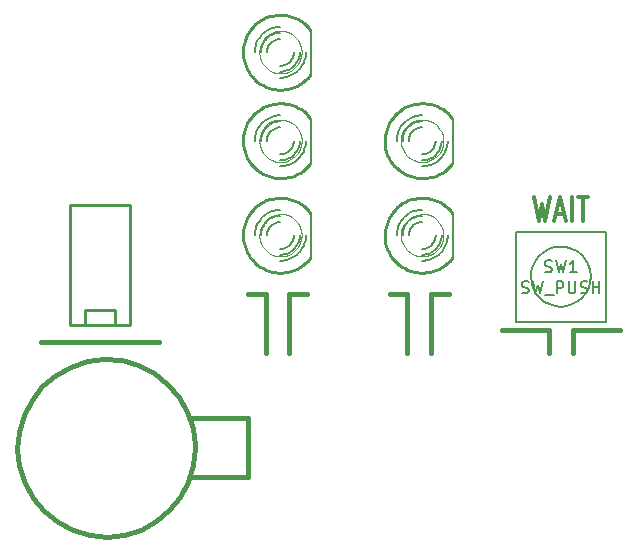
<source format=gto>
G04 (created by PCBNEW-RS274X (2011-05-25)-stable) date Thu 01 Nov 2012 20:09:25 GMT*
G01*
G70*
G90*
%MOIN*%
G04 Gerber Fmt 3.4, Leading zero omitted, Abs format*
%FSLAX34Y34*%
G04 APERTURE LIST*
%ADD10C,0.006000*%
%ADD11C,0.015000*%
%ADD12C,0.012000*%
%ADD13C,0.005000*%
%ADD14C,0.008000*%
%ADD15C,0.003000*%
%ADD16C,0.010000*%
G04 APERTURE END LIST*
G54D10*
G54D11*
X42126Y-26378D02*
X43701Y-26378D01*
X28346Y-26772D02*
X24409Y-26772D01*
X42126Y-26378D02*
X42126Y-27165D01*
X41339Y-26378D02*
X41339Y-27165D01*
X39764Y-26378D02*
X41339Y-26378D01*
X31890Y-25197D02*
X31890Y-27165D01*
X31299Y-25197D02*
X31890Y-25197D01*
X32677Y-25197D02*
X32677Y-27165D01*
X33268Y-25197D02*
X32677Y-25197D01*
X37402Y-26772D02*
X37402Y-27165D01*
X36614Y-26772D02*
X36614Y-27165D01*
X36614Y-25197D02*
X36614Y-26772D01*
X36024Y-25197D02*
X36614Y-25197D01*
X37402Y-25197D02*
X37402Y-26772D01*
X37992Y-25197D02*
X37402Y-25197D01*
G54D12*
X40847Y-21965D02*
X40990Y-22765D01*
X41104Y-22193D01*
X41218Y-22765D01*
X41361Y-21965D01*
X41561Y-22536D02*
X41847Y-22536D01*
X41504Y-22765D02*
X41704Y-21965D01*
X41904Y-22765D01*
X42104Y-22765D02*
X42104Y-21965D01*
X42304Y-21965D02*
X42647Y-21965D01*
X42476Y-22765D02*
X42476Y-21965D01*
G54D13*
X42732Y-24606D02*
X42712Y-24800D01*
X42656Y-24987D01*
X42564Y-25159D01*
X42441Y-25310D01*
X42291Y-25435D01*
X42119Y-25527D01*
X41933Y-25585D01*
X41738Y-25605D01*
X41545Y-25588D01*
X41358Y-25533D01*
X41185Y-25442D01*
X41033Y-25320D01*
X40907Y-25170D01*
X40813Y-24999D01*
X40754Y-24813D01*
X40733Y-24619D01*
X40749Y-24426D01*
X40803Y-24238D01*
X40892Y-24065D01*
X41013Y-23912D01*
X41162Y-23785D01*
X41332Y-23690D01*
X41518Y-23630D01*
X41712Y-23607D01*
X41905Y-23622D01*
X42093Y-23674D01*
X42267Y-23762D01*
X42421Y-23882D01*
X42549Y-24030D01*
X42645Y-24200D01*
X42707Y-24385D01*
X42731Y-24579D01*
X42732Y-24606D01*
X40232Y-23106D02*
X43232Y-23106D01*
X43232Y-23106D02*
X43232Y-26106D01*
X43232Y-26106D02*
X40232Y-26106D01*
X40232Y-23106D02*
X40232Y-26106D01*
G54D14*
X33403Y-17876D02*
X33403Y-16376D01*
G54D15*
X33090Y-17126D02*
X33076Y-17263D01*
X33036Y-17395D01*
X32971Y-17517D01*
X32884Y-17624D01*
X32778Y-17712D01*
X32656Y-17777D01*
X32525Y-17818D01*
X32387Y-17832D01*
X32251Y-17820D01*
X32119Y-17781D01*
X31996Y-17717D01*
X31889Y-17631D01*
X31800Y-17525D01*
X31734Y-17404D01*
X31692Y-17272D01*
X31677Y-17135D01*
X31688Y-16999D01*
X31726Y-16866D01*
X31789Y-16744D01*
X31875Y-16635D01*
X31980Y-16546D01*
X32100Y-16479D01*
X32232Y-16436D01*
X32369Y-16420D01*
X32505Y-16430D01*
X32638Y-16467D01*
X32761Y-16530D01*
X32870Y-16615D01*
X32960Y-16719D01*
X33028Y-16839D01*
X33072Y-16970D01*
X33089Y-17107D01*
X33090Y-17126D01*
G54D16*
X33382Y-16376D02*
X33313Y-16292D01*
X33237Y-16214D01*
X33154Y-16143D01*
X33065Y-16079D01*
X32971Y-16024D01*
X32873Y-15977D01*
X32771Y-15938D01*
X32666Y-15909D01*
X32559Y-15889D01*
X32450Y-15878D01*
X32342Y-15877D01*
X32233Y-15886D01*
X32126Y-15903D01*
X32020Y-15930D01*
X31917Y-15967D01*
X31818Y-16012D01*
X31723Y-16065D01*
X31633Y-16127D01*
X31549Y-16196D01*
X31471Y-16272D01*
X31400Y-16355D01*
X31336Y-16444D01*
X31281Y-16538D01*
X31234Y-16636D01*
X31195Y-16738D01*
X31166Y-16843D01*
X31146Y-16950D01*
X31135Y-17059D01*
X31134Y-17167D01*
X31143Y-17276D01*
X31160Y-17383D01*
X31187Y-17489D01*
X31224Y-17592D01*
X31269Y-17691D01*
X31322Y-17786D01*
X31384Y-17876D01*
X31453Y-17960D01*
X31529Y-18038D01*
X31612Y-18109D01*
X31701Y-18173D01*
X31795Y-18228D01*
X31893Y-18275D01*
X31995Y-18314D01*
X32100Y-18343D01*
X32207Y-18363D01*
X32316Y-18374D01*
X32424Y-18375D01*
X32533Y-18366D01*
X32640Y-18349D01*
X32746Y-18322D01*
X32849Y-18285D01*
X32948Y-18240D01*
X33043Y-18187D01*
X33133Y-18125D01*
X33217Y-18056D01*
X33295Y-17980D01*
X33366Y-17897D01*
X33382Y-17876D01*
G54D10*
X32383Y-16676D02*
X32344Y-16678D01*
X32305Y-16683D01*
X32267Y-16692D01*
X32230Y-16704D01*
X32193Y-16719D01*
X32159Y-16737D01*
X32125Y-16758D01*
X32094Y-16782D01*
X32065Y-16808D01*
X32039Y-16837D01*
X32015Y-16868D01*
X31994Y-16902D01*
X31976Y-16936D01*
X31961Y-16973D01*
X31949Y-17010D01*
X31940Y-17048D01*
X31935Y-17087D01*
X31933Y-17126D01*
X32383Y-17576D02*
X32422Y-17574D01*
X32461Y-17569D01*
X32499Y-17560D01*
X32536Y-17548D01*
X32573Y-17533D01*
X32608Y-17515D01*
X32641Y-17494D01*
X32672Y-17470D01*
X32701Y-17444D01*
X32727Y-17415D01*
X32751Y-17384D01*
X32772Y-17350D01*
X32790Y-17316D01*
X32805Y-17279D01*
X32817Y-17242D01*
X32826Y-17204D01*
X32831Y-17165D01*
X32833Y-17126D01*
X32383Y-16476D02*
X32327Y-16479D01*
X32271Y-16486D01*
X32215Y-16499D01*
X32161Y-16516D01*
X32109Y-16537D01*
X32059Y-16564D01*
X32011Y-16594D01*
X31966Y-16629D01*
X31924Y-16667D01*
X31886Y-16709D01*
X31851Y-16754D01*
X31821Y-16802D01*
X31794Y-16852D01*
X31773Y-16904D01*
X31756Y-16958D01*
X31743Y-17014D01*
X31736Y-17070D01*
X31733Y-17126D01*
X32383Y-17776D02*
X32439Y-17773D01*
X32495Y-17766D01*
X32551Y-17753D01*
X32605Y-17736D01*
X32657Y-17715D01*
X32708Y-17688D01*
X32755Y-17658D01*
X32800Y-17623D01*
X32842Y-17585D01*
X32880Y-17543D01*
X32915Y-17498D01*
X32945Y-17450D01*
X32972Y-17400D01*
X32993Y-17348D01*
X33010Y-17294D01*
X33023Y-17238D01*
X33030Y-17182D01*
X33033Y-17126D01*
X32383Y-16276D02*
X32309Y-16280D01*
X32236Y-16289D01*
X32164Y-16305D01*
X32093Y-16328D01*
X32024Y-16356D01*
X31959Y-16390D01*
X31896Y-16430D01*
X31837Y-16475D01*
X31782Y-16525D01*
X31732Y-16580D01*
X31687Y-16639D01*
X31647Y-16702D01*
X31613Y-16767D01*
X31585Y-16836D01*
X31562Y-16907D01*
X31546Y-16979D01*
X31537Y-17052D01*
X31533Y-17126D01*
X32383Y-17976D02*
X32457Y-17972D01*
X32530Y-17963D01*
X32602Y-17947D01*
X32673Y-17924D01*
X32742Y-17896D01*
X32808Y-17862D01*
X32870Y-17822D01*
X32929Y-17777D01*
X32984Y-17727D01*
X33034Y-17672D01*
X33079Y-17613D01*
X33119Y-17550D01*
X33153Y-17485D01*
X33181Y-17416D01*
X33204Y-17345D01*
X33220Y-17273D01*
X33229Y-17200D01*
X33233Y-17126D01*
G54D14*
X33403Y-20829D02*
X33403Y-19329D01*
G54D15*
X33090Y-20079D02*
X33076Y-20216D01*
X33036Y-20348D01*
X32971Y-20470D01*
X32884Y-20577D01*
X32778Y-20665D01*
X32656Y-20730D01*
X32525Y-20771D01*
X32387Y-20785D01*
X32251Y-20773D01*
X32119Y-20734D01*
X31996Y-20670D01*
X31889Y-20584D01*
X31800Y-20478D01*
X31734Y-20357D01*
X31692Y-20225D01*
X31677Y-20088D01*
X31688Y-19952D01*
X31726Y-19819D01*
X31789Y-19697D01*
X31875Y-19588D01*
X31980Y-19499D01*
X32100Y-19432D01*
X32232Y-19389D01*
X32369Y-19373D01*
X32505Y-19383D01*
X32638Y-19420D01*
X32761Y-19483D01*
X32870Y-19568D01*
X32960Y-19672D01*
X33028Y-19792D01*
X33072Y-19923D01*
X33089Y-20060D01*
X33090Y-20079D01*
G54D16*
X33382Y-19329D02*
X33313Y-19245D01*
X33237Y-19167D01*
X33154Y-19096D01*
X33065Y-19032D01*
X32971Y-18977D01*
X32873Y-18930D01*
X32771Y-18891D01*
X32666Y-18862D01*
X32559Y-18842D01*
X32450Y-18831D01*
X32342Y-18830D01*
X32233Y-18839D01*
X32126Y-18856D01*
X32020Y-18883D01*
X31917Y-18920D01*
X31818Y-18965D01*
X31723Y-19018D01*
X31633Y-19080D01*
X31549Y-19149D01*
X31471Y-19225D01*
X31400Y-19308D01*
X31336Y-19397D01*
X31281Y-19491D01*
X31234Y-19589D01*
X31195Y-19691D01*
X31166Y-19796D01*
X31146Y-19903D01*
X31135Y-20012D01*
X31134Y-20120D01*
X31143Y-20229D01*
X31160Y-20336D01*
X31187Y-20442D01*
X31224Y-20545D01*
X31269Y-20644D01*
X31322Y-20739D01*
X31384Y-20829D01*
X31453Y-20913D01*
X31529Y-20991D01*
X31612Y-21062D01*
X31701Y-21126D01*
X31795Y-21181D01*
X31893Y-21228D01*
X31995Y-21267D01*
X32100Y-21296D01*
X32207Y-21316D01*
X32316Y-21327D01*
X32424Y-21328D01*
X32533Y-21319D01*
X32640Y-21302D01*
X32746Y-21275D01*
X32849Y-21238D01*
X32948Y-21193D01*
X33043Y-21140D01*
X33133Y-21078D01*
X33217Y-21009D01*
X33295Y-20933D01*
X33366Y-20850D01*
X33382Y-20829D01*
G54D10*
X32383Y-19629D02*
X32344Y-19631D01*
X32305Y-19636D01*
X32267Y-19645D01*
X32230Y-19657D01*
X32193Y-19672D01*
X32159Y-19690D01*
X32125Y-19711D01*
X32094Y-19735D01*
X32065Y-19761D01*
X32039Y-19790D01*
X32015Y-19821D01*
X31994Y-19855D01*
X31976Y-19889D01*
X31961Y-19926D01*
X31949Y-19963D01*
X31940Y-20001D01*
X31935Y-20040D01*
X31933Y-20079D01*
X32383Y-20529D02*
X32422Y-20527D01*
X32461Y-20522D01*
X32499Y-20513D01*
X32536Y-20501D01*
X32573Y-20486D01*
X32608Y-20468D01*
X32641Y-20447D01*
X32672Y-20423D01*
X32701Y-20397D01*
X32727Y-20368D01*
X32751Y-20337D01*
X32772Y-20303D01*
X32790Y-20269D01*
X32805Y-20232D01*
X32817Y-20195D01*
X32826Y-20157D01*
X32831Y-20118D01*
X32833Y-20079D01*
X32383Y-19429D02*
X32327Y-19432D01*
X32271Y-19439D01*
X32215Y-19452D01*
X32161Y-19469D01*
X32109Y-19490D01*
X32059Y-19517D01*
X32011Y-19547D01*
X31966Y-19582D01*
X31924Y-19620D01*
X31886Y-19662D01*
X31851Y-19707D01*
X31821Y-19755D01*
X31794Y-19805D01*
X31773Y-19857D01*
X31756Y-19911D01*
X31743Y-19967D01*
X31736Y-20023D01*
X31733Y-20079D01*
X32383Y-20729D02*
X32439Y-20726D01*
X32495Y-20719D01*
X32551Y-20706D01*
X32605Y-20689D01*
X32657Y-20668D01*
X32708Y-20641D01*
X32755Y-20611D01*
X32800Y-20576D01*
X32842Y-20538D01*
X32880Y-20496D01*
X32915Y-20451D01*
X32945Y-20403D01*
X32972Y-20353D01*
X32993Y-20301D01*
X33010Y-20247D01*
X33023Y-20191D01*
X33030Y-20135D01*
X33033Y-20079D01*
X32383Y-19229D02*
X32309Y-19233D01*
X32236Y-19242D01*
X32164Y-19258D01*
X32093Y-19281D01*
X32024Y-19309D01*
X31959Y-19343D01*
X31896Y-19383D01*
X31837Y-19428D01*
X31782Y-19478D01*
X31732Y-19533D01*
X31687Y-19592D01*
X31647Y-19655D01*
X31613Y-19720D01*
X31585Y-19789D01*
X31562Y-19860D01*
X31546Y-19932D01*
X31537Y-20005D01*
X31533Y-20079D01*
X32383Y-20929D02*
X32457Y-20925D01*
X32530Y-20916D01*
X32602Y-20900D01*
X32673Y-20877D01*
X32742Y-20849D01*
X32808Y-20815D01*
X32870Y-20775D01*
X32929Y-20730D01*
X32984Y-20680D01*
X33034Y-20625D01*
X33079Y-20566D01*
X33119Y-20503D01*
X33153Y-20438D01*
X33181Y-20369D01*
X33204Y-20298D01*
X33220Y-20226D01*
X33229Y-20153D01*
X33233Y-20079D01*
G54D14*
X33403Y-23978D02*
X33403Y-22478D01*
G54D15*
X33090Y-23228D02*
X33076Y-23365D01*
X33036Y-23497D01*
X32971Y-23619D01*
X32884Y-23726D01*
X32778Y-23814D01*
X32656Y-23879D01*
X32525Y-23920D01*
X32387Y-23934D01*
X32251Y-23922D01*
X32119Y-23883D01*
X31996Y-23819D01*
X31889Y-23733D01*
X31800Y-23627D01*
X31734Y-23506D01*
X31692Y-23374D01*
X31677Y-23237D01*
X31688Y-23101D01*
X31726Y-22968D01*
X31789Y-22846D01*
X31875Y-22737D01*
X31980Y-22648D01*
X32100Y-22581D01*
X32232Y-22538D01*
X32369Y-22522D01*
X32505Y-22532D01*
X32638Y-22569D01*
X32761Y-22632D01*
X32870Y-22717D01*
X32960Y-22821D01*
X33028Y-22941D01*
X33072Y-23072D01*
X33089Y-23209D01*
X33090Y-23228D01*
G54D16*
X33382Y-22478D02*
X33313Y-22394D01*
X33237Y-22316D01*
X33154Y-22245D01*
X33065Y-22181D01*
X32971Y-22126D01*
X32873Y-22079D01*
X32771Y-22040D01*
X32666Y-22011D01*
X32559Y-21991D01*
X32450Y-21980D01*
X32342Y-21979D01*
X32233Y-21988D01*
X32126Y-22005D01*
X32020Y-22032D01*
X31917Y-22069D01*
X31818Y-22114D01*
X31723Y-22167D01*
X31633Y-22229D01*
X31549Y-22298D01*
X31471Y-22374D01*
X31400Y-22457D01*
X31336Y-22546D01*
X31281Y-22640D01*
X31234Y-22738D01*
X31195Y-22840D01*
X31166Y-22945D01*
X31146Y-23052D01*
X31135Y-23161D01*
X31134Y-23269D01*
X31143Y-23378D01*
X31160Y-23485D01*
X31187Y-23591D01*
X31224Y-23694D01*
X31269Y-23793D01*
X31322Y-23888D01*
X31384Y-23978D01*
X31453Y-24062D01*
X31529Y-24140D01*
X31612Y-24211D01*
X31701Y-24275D01*
X31795Y-24330D01*
X31893Y-24377D01*
X31995Y-24416D01*
X32100Y-24445D01*
X32207Y-24465D01*
X32316Y-24476D01*
X32424Y-24477D01*
X32533Y-24468D01*
X32640Y-24451D01*
X32746Y-24424D01*
X32849Y-24387D01*
X32948Y-24342D01*
X33043Y-24289D01*
X33133Y-24227D01*
X33217Y-24158D01*
X33295Y-24082D01*
X33366Y-23999D01*
X33382Y-23978D01*
G54D10*
X32383Y-22778D02*
X32344Y-22780D01*
X32305Y-22785D01*
X32267Y-22794D01*
X32230Y-22806D01*
X32193Y-22821D01*
X32159Y-22839D01*
X32125Y-22860D01*
X32094Y-22884D01*
X32065Y-22910D01*
X32039Y-22939D01*
X32015Y-22970D01*
X31994Y-23004D01*
X31976Y-23038D01*
X31961Y-23075D01*
X31949Y-23112D01*
X31940Y-23150D01*
X31935Y-23189D01*
X31933Y-23228D01*
X32383Y-23678D02*
X32422Y-23676D01*
X32461Y-23671D01*
X32499Y-23662D01*
X32536Y-23650D01*
X32573Y-23635D01*
X32608Y-23617D01*
X32641Y-23596D01*
X32672Y-23572D01*
X32701Y-23546D01*
X32727Y-23517D01*
X32751Y-23486D01*
X32772Y-23452D01*
X32790Y-23418D01*
X32805Y-23381D01*
X32817Y-23344D01*
X32826Y-23306D01*
X32831Y-23267D01*
X32833Y-23228D01*
X32383Y-22578D02*
X32327Y-22581D01*
X32271Y-22588D01*
X32215Y-22601D01*
X32161Y-22618D01*
X32109Y-22639D01*
X32059Y-22666D01*
X32011Y-22696D01*
X31966Y-22731D01*
X31924Y-22769D01*
X31886Y-22811D01*
X31851Y-22856D01*
X31821Y-22904D01*
X31794Y-22954D01*
X31773Y-23006D01*
X31756Y-23060D01*
X31743Y-23116D01*
X31736Y-23172D01*
X31733Y-23228D01*
X32383Y-23878D02*
X32439Y-23875D01*
X32495Y-23868D01*
X32551Y-23855D01*
X32605Y-23838D01*
X32657Y-23817D01*
X32708Y-23790D01*
X32755Y-23760D01*
X32800Y-23725D01*
X32842Y-23687D01*
X32880Y-23645D01*
X32915Y-23600D01*
X32945Y-23552D01*
X32972Y-23502D01*
X32993Y-23450D01*
X33010Y-23396D01*
X33023Y-23340D01*
X33030Y-23284D01*
X33033Y-23228D01*
X32383Y-22378D02*
X32309Y-22382D01*
X32236Y-22391D01*
X32164Y-22407D01*
X32093Y-22430D01*
X32024Y-22458D01*
X31959Y-22492D01*
X31896Y-22532D01*
X31837Y-22577D01*
X31782Y-22627D01*
X31732Y-22682D01*
X31687Y-22741D01*
X31647Y-22804D01*
X31613Y-22869D01*
X31585Y-22938D01*
X31562Y-23009D01*
X31546Y-23081D01*
X31537Y-23154D01*
X31533Y-23228D01*
X32383Y-24078D02*
X32457Y-24074D01*
X32530Y-24065D01*
X32602Y-24049D01*
X32673Y-24026D01*
X32742Y-23998D01*
X32808Y-23964D01*
X32870Y-23924D01*
X32929Y-23879D01*
X32984Y-23829D01*
X33034Y-23774D01*
X33079Y-23715D01*
X33119Y-23652D01*
X33153Y-23587D01*
X33181Y-23518D01*
X33204Y-23447D01*
X33220Y-23375D01*
X33229Y-23302D01*
X33233Y-23228D01*
G54D14*
X38128Y-20829D02*
X38128Y-19329D01*
G54D15*
X37815Y-20079D02*
X37801Y-20216D01*
X37761Y-20348D01*
X37696Y-20470D01*
X37609Y-20577D01*
X37503Y-20665D01*
X37381Y-20730D01*
X37250Y-20771D01*
X37112Y-20785D01*
X36976Y-20773D01*
X36844Y-20734D01*
X36721Y-20670D01*
X36614Y-20584D01*
X36525Y-20478D01*
X36459Y-20357D01*
X36417Y-20225D01*
X36402Y-20088D01*
X36413Y-19952D01*
X36451Y-19819D01*
X36514Y-19697D01*
X36600Y-19588D01*
X36705Y-19499D01*
X36825Y-19432D01*
X36957Y-19389D01*
X37094Y-19373D01*
X37230Y-19383D01*
X37363Y-19420D01*
X37486Y-19483D01*
X37595Y-19568D01*
X37685Y-19672D01*
X37753Y-19792D01*
X37797Y-19923D01*
X37814Y-20060D01*
X37815Y-20079D01*
G54D16*
X38107Y-19329D02*
X38038Y-19245D01*
X37962Y-19167D01*
X37879Y-19096D01*
X37790Y-19032D01*
X37696Y-18977D01*
X37598Y-18930D01*
X37496Y-18891D01*
X37391Y-18862D01*
X37284Y-18842D01*
X37175Y-18831D01*
X37067Y-18830D01*
X36958Y-18839D01*
X36851Y-18856D01*
X36745Y-18883D01*
X36642Y-18920D01*
X36543Y-18965D01*
X36448Y-19018D01*
X36358Y-19080D01*
X36274Y-19149D01*
X36196Y-19225D01*
X36125Y-19308D01*
X36061Y-19397D01*
X36006Y-19491D01*
X35959Y-19589D01*
X35920Y-19691D01*
X35891Y-19796D01*
X35871Y-19903D01*
X35860Y-20012D01*
X35859Y-20120D01*
X35868Y-20229D01*
X35885Y-20336D01*
X35912Y-20442D01*
X35949Y-20545D01*
X35994Y-20644D01*
X36047Y-20739D01*
X36109Y-20829D01*
X36178Y-20913D01*
X36254Y-20991D01*
X36337Y-21062D01*
X36426Y-21126D01*
X36520Y-21181D01*
X36618Y-21228D01*
X36720Y-21267D01*
X36825Y-21296D01*
X36932Y-21316D01*
X37041Y-21327D01*
X37149Y-21328D01*
X37258Y-21319D01*
X37365Y-21302D01*
X37471Y-21275D01*
X37574Y-21238D01*
X37673Y-21193D01*
X37768Y-21140D01*
X37858Y-21078D01*
X37942Y-21009D01*
X38020Y-20933D01*
X38091Y-20850D01*
X38107Y-20829D01*
G54D10*
X37108Y-19629D02*
X37069Y-19631D01*
X37030Y-19636D01*
X36992Y-19645D01*
X36955Y-19657D01*
X36918Y-19672D01*
X36884Y-19690D01*
X36850Y-19711D01*
X36819Y-19735D01*
X36790Y-19761D01*
X36764Y-19790D01*
X36740Y-19821D01*
X36719Y-19855D01*
X36701Y-19889D01*
X36686Y-19926D01*
X36674Y-19963D01*
X36665Y-20001D01*
X36660Y-20040D01*
X36658Y-20079D01*
X37108Y-20529D02*
X37147Y-20527D01*
X37186Y-20522D01*
X37224Y-20513D01*
X37261Y-20501D01*
X37298Y-20486D01*
X37333Y-20468D01*
X37366Y-20447D01*
X37397Y-20423D01*
X37426Y-20397D01*
X37452Y-20368D01*
X37476Y-20337D01*
X37497Y-20303D01*
X37515Y-20269D01*
X37530Y-20232D01*
X37542Y-20195D01*
X37551Y-20157D01*
X37556Y-20118D01*
X37558Y-20079D01*
X37108Y-19429D02*
X37052Y-19432D01*
X36996Y-19439D01*
X36940Y-19452D01*
X36886Y-19469D01*
X36834Y-19490D01*
X36784Y-19517D01*
X36736Y-19547D01*
X36691Y-19582D01*
X36649Y-19620D01*
X36611Y-19662D01*
X36576Y-19707D01*
X36546Y-19755D01*
X36519Y-19805D01*
X36498Y-19857D01*
X36481Y-19911D01*
X36468Y-19967D01*
X36461Y-20023D01*
X36458Y-20079D01*
X37108Y-20729D02*
X37164Y-20726D01*
X37220Y-20719D01*
X37276Y-20706D01*
X37330Y-20689D01*
X37382Y-20668D01*
X37433Y-20641D01*
X37480Y-20611D01*
X37525Y-20576D01*
X37567Y-20538D01*
X37605Y-20496D01*
X37640Y-20451D01*
X37670Y-20403D01*
X37697Y-20353D01*
X37718Y-20301D01*
X37735Y-20247D01*
X37748Y-20191D01*
X37755Y-20135D01*
X37758Y-20079D01*
X37108Y-19229D02*
X37034Y-19233D01*
X36961Y-19242D01*
X36889Y-19258D01*
X36818Y-19281D01*
X36749Y-19309D01*
X36684Y-19343D01*
X36621Y-19383D01*
X36562Y-19428D01*
X36507Y-19478D01*
X36457Y-19533D01*
X36412Y-19592D01*
X36372Y-19655D01*
X36338Y-19720D01*
X36310Y-19789D01*
X36287Y-19860D01*
X36271Y-19932D01*
X36262Y-20005D01*
X36258Y-20079D01*
X37108Y-20929D02*
X37182Y-20925D01*
X37255Y-20916D01*
X37327Y-20900D01*
X37398Y-20877D01*
X37467Y-20849D01*
X37533Y-20815D01*
X37595Y-20775D01*
X37654Y-20730D01*
X37709Y-20680D01*
X37759Y-20625D01*
X37804Y-20566D01*
X37844Y-20503D01*
X37878Y-20438D01*
X37906Y-20369D01*
X37929Y-20298D01*
X37945Y-20226D01*
X37954Y-20153D01*
X37958Y-20079D01*
G54D14*
X38128Y-23978D02*
X38128Y-22478D01*
G54D15*
X37815Y-23228D02*
X37801Y-23365D01*
X37761Y-23497D01*
X37696Y-23619D01*
X37609Y-23726D01*
X37503Y-23814D01*
X37381Y-23879D01*
X37250Y-23920D01*
X37112Y-23934D01*
X36976Y-23922D01*
X36844Y-23883D01*
X36721Y-23819D01*
X36614Y-23733D01*
X36525Y-23627D01*
X36459Y-23506D01*
X36417Y-23374D01*
X36402Y-23237D01*
X36413Y-23101D01*
X36451Y-22968D01*
X36514Y-22846D01*
X36600Y-22737D01*
X36705Y-22648D01*
X36825Y-22581D01*
X36957Y-22538D01*
X37094Y-22522D01*
X37230Y-22532D01*
X37363Y-22569D01*
X37486Y-22632D01*
X37595Y-22717D01*
X37685Y-22821D01*
X37753Y-22941D01*
X37797Y-23072D01*
X37814Y-23209D01*
X37815Y-23228D01*
G54D16*
X38107Y-22478D02*
X38038Y-22394D01*
X37962Y-22316D01*
X37879Y-22245D01*
X37790Y-22181D01*
X37696Y-22126D01*
X37598Y-22079D01*
X37496Y-22040D01*
X37391Y-22011D01*
X37284Y-21991D01*
X37175Y-21980D01*
X37067Y-21979D01*
X36958Y-21988D01*
X36851Y-22005D01*
X36745Y-22032D01*
X36642Y-22069D01*
X36543Y-22114D01*
X36448Y-22167D01*
X36358Y-22229D01*
X36274Y-22298D01*
X36196Y-22374D01*
X36125Y-22457D01*
X36061Y-22546D01*
X36006Y-22640D01*
X35959Y-22738D01*
X35920Y-22840D01*
X35891Y-22945D01*
X35871Y-23052D01*
X35860Y-23161D01*
X35859Y-23269D01*
X35868Y-23378D01*
X35885Y-23485D01*
X35912Y-23591D01*
X35949Y-23694D01*
X35994Y-23793D01*
X36047Y-23888D01*
X36109Y-23978D01*
X36178Y-24062D01*
X36254Y-24140D01*
X36337Y-24211D01*
X36426Y-24275D01*
X36520Y-24330D01*
X36618Y-24377D01*
X36720Y-24416D01*
X36825Y-24445D01*
X36932Y-24465D01*
X37041Y-24476D01*
X37149Y-24477D01*
X37258Y-24468D01*
X37365Y-24451D01*
X37471Y-24424D01*
X37574Y-24387D01*
X37673Y-24342D01*
X37768Y-24289D01*
X37858Y-24227D01*
X37942Y-24158D01*
X38020Y-24082D01*
X38091Y-23999D01*
X38107Y-23978D01*
G54D10*
X37108Y-22778D02*
X37069Y-22780D01*
X37030Y-22785D01*
X36992Y-22794D01*
X36955Y-22806D01*
X36918Y-22821D01*
X36884Y-22839D01*
X36850Y-22860D01*
X36819Y-22884D01*
X36790Y-22910D01*
X36764Y-22939D01*
X36740Y-22970D01*
X36719Y-23004D01*
X36701Y-23038D01*
X36686Y-23075D01*
X36674Y-23112D01*
X36665Y-23150D01*
X36660Y-23189D01*
X36658Y-23228D01*
X37108Y-23678D02*
X37147Y-23676D01*
X37186Y-23671D01*
X37224Y-23662D01*
X37261Y-23650D01*
X37298Y-23635D01*
X37333Y-23617D01*
X37366Y-23596D01*
X37397Y-23572D01*
X37426Y-23546D01*
X37452Y-23517D01*
X37476Y-23486D01*
X37497Y-23452D01*
X37515Y-23418D01*
X37530Y-23381D01*
X37542Y-23344D01*
X37551Y-23306D01*
X37556Y-23267D01*
X37558Y-23228D01*
X37108Y-22578D02*
X37052Y-22581D01*
X36996Y-22588D01*
X36940Y-22601D01*
X36886Y-22618D01*
X36834Y-22639D01*
X36784Y-22666D01*
X36736Y-22696D01*
X36691Y-22731D01*
X36649Y-22769D01*
X36611Y-22811D01*
X36576Y-22856D01*
X36546Y-22904D01*
X36519Y-22954D01*
X36498Y-23006D01*
X36481Y-23060D01*
X36468Y-23116D01*
X36461Y-23172D01*
X36458Y-23228D01*
X37108Y-23878D02*
X37164Y-23875D01*
X37220Y-23868D01*
X37276Y-23855D01*
X37330Y-23838D01*
X37382Y-23817D01*
X37433Y-23790D01*
X37480Y-23760D01*
X37525Y-23725D01*
X37567Y-23687D01*
X37605Y-23645D01*
X37640Y-23600D01*
X37670Y-23552D01*
X37697Y-23502D01*
X37718Y-23450D01*
X37735Y-23396D01*
X37748Y-23340D01*
X37755Y-23284D01*
X37758Y-23228D01*
X37108Y-22378D02*
X37034Y-22382D01*
X36961Y-22391D01*
X36889Y-22407D01*
X36818Y-22430D01*
X36749Y-22458D01*
X36684Y-22492D01*
X36621Y-22532D01*
X36562Y-22577D01*
X36507Y-22627D01*
X36457Y-22682D01*
X36412Y-22741D01*
X36372Y-22804D01*
X36338Y-22869D01*
X36310Y-22938D01*
X36287Y-23009D01*
X36271Y-23081D01*
X36262Y-23154D01*
X36258Y-23228D01*
X37108Y-24078D02*
X37182Y-24074D01*
X37255Y-24065D01*
X37327Y-24049D01*
X37398Y-24026D01*
X37467Y-23998D01*
X37533Y-23964D01*
X37595Y-23924D01*
X37654Y-23879D01*
X37709Y-23829D01*
X37759Y-23774D01*
X37804Y-23715D01*
X37844Y-23652D01*
X37878Y-23587D01*
X37906Y-23518D01*
X37929Y-23447D01*
X37945Y-23375D01*
X37954Y-23302D01*
X37958Y-23228D01*
G54D16*
X25878Y-26213D02*
X25878Y-25713D01*
X25878Y-25713D02*
X26878Y-25713D01*
X26878Y-25713D02*
X26878Y-26213D01*
X25378Y-26213D02*
X25378Y-22213D01*
X25378Y-22213D02*
X27378Y-22213D01*
X27378Y-22213D02*
X27378Y-26213D01*
X27378Y-26213D02*
X25378Y-26213D01*
G54D11*
X31299Y-30315D02*
X31299Y-31299D01*
X31299Y-31299D02*
X29331Y-31299D01*
X31299Y-30315D02*
X31299Y-29331D01*
X31299Y-29331D02*
X29331Y-29331D01*
X29534Y-30315D02*
X29477Y-30889D01*
X29310Y-31442D01*
X29039Y-31952D01*
X28674Y-32400D01*
X28229Y-32768D01*
X27721Y-33042D01*
X27169Y-33213D01*
X26595Y-33273D01*
X26021Y-33221D01*
X25467Y-33058D01*
X24955Y-32790D01*
X24505Y-32429D01*
X24134Y-31986D01*
X23856Y-31480D01*
X23681Y-30930D01*
X23617Y-30356D01*
X23665Y-29781D01*
X23824Y-29226D01*
X24088Y-28713D01*
X24447Y-28260D01*
X24887Y-27886D01*
X25391Y-27604D01*
X25940Y-27426D01*
X26514Y-27357D01*
X27088Y-27401D01*
X27645Y-27557D01*
X28160Y-27817D01*
X28615Y-28173D01*
X28992Y-28610D01*
X29278Y-29112D01*
X29460Y-29660D01*
X29532Y-30233D01*
X29534Y-30315D01*
G54D14*
X41199Y-24449D02*
X41256Y-24468D01*
X41352Y-24468D01*
X41390Y-24449D01*
X41409Y-24430D01*
X41428Y-24392D01*
X41428Y-24354D01*
X41409Y-24316D01*
X41390Y-24296D01*
X41352Y-24277D01*
X41275Y-24258D01*
X41237Y-24239D01*
X41218Y-24220D01*
X41199Y-24182D01*
X41199Y-24144D01*
X41218Y-24106D01*
X41237Y-24087D01*
X41275Y-24068D01*
X41371Y-24068D01*
X41428Y-24087D01*
X41561Y-24068D02*
X41656Y-24468D01*
X41733Y-24182D01*
X41809Y-24468D01*
X41904Y-24068D01*
X42266Y-24468D02*
X42037Y-24468D01*
X42151Y-24468D02*
X42151Y-24068D01*
X42113Y-24125D01*
X42075Y-24163D01*
X42037Y-24182D01*
X40427Y-25149D02*
X40484Y-25168D01*
X40580Y-25168D01*
X40618Y-25149D01*
X40637Y-25130D01*
X40656Y-25092D01*
X40656Y-25054D01*
X40637Y-25016D01*
X40618Y-24996D01*
X40580Y-24977D01*
X40503Y-24958D01*
X40465Y-24939D01*
X40446Y-24920D01*
X40427Y-24882D01*
X40427Y-24844D01*
X40446Y-24806D01*
X40465Y-24787D01*
X40503Y-24768D01*
X40599Y-24768D01*
X40656Y-24787D01*
X40789Y-24768D02*
X40884Y-25168D01*
X40961Y-24882D01*
X41037Y-25168D01*
X41132Y-24768D01*
X41189Y-25206D02*
X41494Y-25206D01*
X41589Y-25168D02*
X41589Y-24768D01*
X41742Y-24768D01*
X41780Y-24787D01*
X41799Y-24806D01*
X41818Y-24844D01*
X41818Y-24901D01*
X41799Y-24939D01*
X41780Y-24958D01*
X41742Y-24977D01*
X41589Y-24977D01*
X41989Y-24768D02*
X41989Y-25092D01*
X42008Y-25130D01*
X42027Y-25149D01*
X42065Y-25168D01*
X42142Y-25168D01*
X42180Y-25149D01*
X42199Y-25130D01*
X42218Y-25092D01*
X42218Y-24768D01*
X42389Y-25149D02*
X42446Y-25168D01*
X42542Y-25168D01*
X42580Y-25149D01*
X42599Y-25130D01*
X42618Y-25092D01*
X42618Y-25054D01*
X42599Y-25016D01*
X42580Y-24996D01*
X42542Y-24977D01*
X42465Y-24958D01*
X42427Y-24939D01*
X42408Y-24920D01*
X42389Y-24882D01*
X42389Y-24844D01*
X42408Y-24806D01*
X42427Y-24787D01*
X42465Y-24768D01*
X42561Y-24768D01*
X42618Y-24787D01*
X42789Y-25168D02*
X42789Y-24768D01*
X42789Y-24958D02*
X43018Y-24958D01*
X43018Y-25168D02*
X43018Y-24768D01*
M02*

</source>
